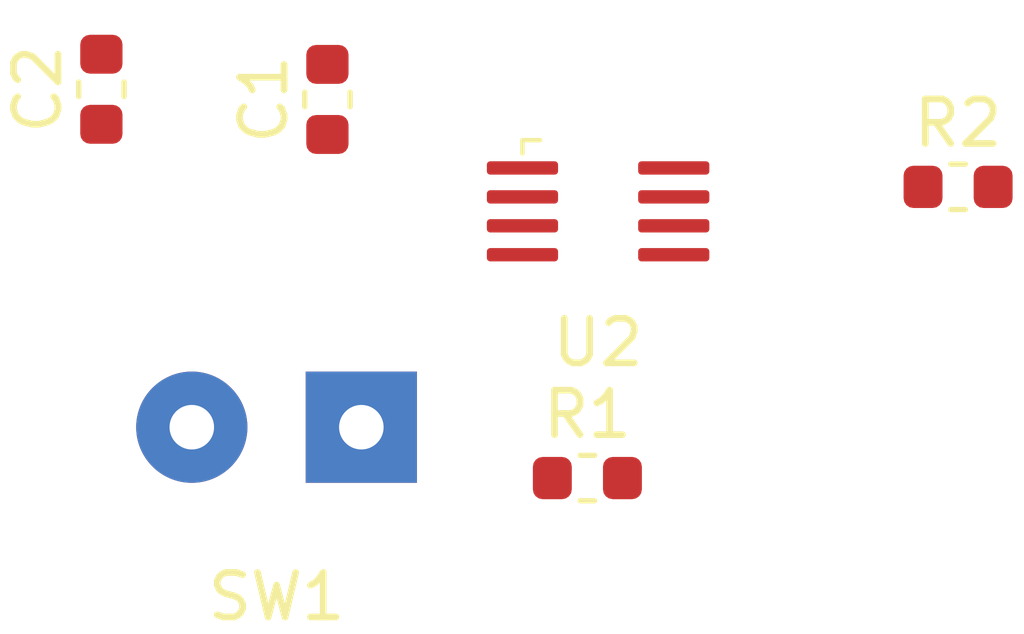
<source format=kicad_pcb>
(kicad_pcb (version 20171130) (host pcbnew "(6.0.0-rc1-dev-1267-gff668968f)")

  (general
    (thickness 1.6)
    (drawings 0)
    (tracks 0)
    (zones 0)
    (modules 6)
    (nets 9)
  )

  (page A4)
  (layers
    (0 F.Cu signal)
    (31 B.Cu signal)
    (32 B.Adhes user)
    (33 F.Adhes user)
    (34 B.Paste user)
    (35 F.Paste user)
    (36 B.SilkS user)
    (37 F.SilkS user)
    (38 B.Mask user)
    (39 F.Mask user)
    (40 Dwgs.User user)
    (41 Cmts.User user)
    (42 Eco1.User user)
    (43 Eco2.User user)
    (44 Edge.Cuts user)
    (45 Margin user)
    (46 B.CrtYd user)
    (47 F.CrtYd user)
    (48 B.Fab user)
    (49 F.Fab user)
  )

  (setup
    (last_trace_width 0.25)
    (trace_clearance 0.2)
    (zone_clearance 0.508)
    (zone_45_only no)
    (trace_min 0.2)
    (via_size 0.8)
    (via_drill 0.4)
    (via_min_size 0.4)
    (via_min_drill 0.3)
    (uvia_size 0.3)
    (uvia_drill 0.1)
    (uvias_allowed no)
    (uvia_min_size 0.2)
    (uvia_min_drill 0.1)
    (edge_width 0.05)
    (segment_width 0.2)
    (pcb_text_width 0.3)
    (pcb_text_size 1.5 1.5)
    (mod_edge_width 0.12)
    (mod_text_size 1 1)
    (mod_text_width 0.15)
    (pad_size 1.524 1.524)
    (pad_drill 0.762)
    (pad_to_mask_clearance 0.051)
    (solder_mask_min_width 0.25)
    (aux_axis_origin 0 0)
    (visible_elements 7FFFFFFF)
    (pcbplotparams
      (layerselection 0x010fc_ffffffff)
      (usegerberextensions false)
      (usegerberattributes false)
      (usegerberadvancedattributes false)
      (creategerberjobfile false)
      (excludeedgelayer true)
      (linewidth 0.100000)
      (plotframeref false)
      (viasonmask false)
      (mode 1)
      (useauxorigin false)
      (hpglpennumber 1)
      (hpglpenspeed 20)
      (hpglpendiameter 15.000000)
      (psnegative false)
      (psa4output false)
      (plotreference true)
      (plotvalue true)
      (plotinvisibletext false)
      (padsonsilk false)
      (subtractmaskfromsilk false)
      (outputformat 1)
      (mirror false)
      (drillshape 1)
      (scaleselection 1)
      (outputdirectory ""))
  )

  (net 0 "")
  (net 1 "Net-(C1-Pad2)")
  (net 2 "Net-(C1-Pad1)")
  (net 3 "Net-(C2-Pad1)")
  (net 4 "Net-(R1-Pad1)")
  (net 5 "Net-(R2-Pad2)")
  (net 6 VCC)
  (net 7 "Net-(U2-Pad5)")
  (net 8 GND)

  (net_class Default "This is the default net class."
    (clearance 0.2)
    (trace_width 0.25)
    (via_dia 0.8)
    (via_drill 0.4)
    (uvia_dia 0.3)
    (uvia_drill 0.1)
    (add_net GND)
    (add_net "Net-(C1-Pad1)")
    (add_net "Net-(C1-Pad2)")
    (add_net "Net-(C2-Pad1)")
    (add_net "Net-(R1-Pad1)")
    (add_net "Net-(R2-Pad2)")
    (add_net "Net-(U2-Pad5)")
    (add_net VCC)
  )

  (module SA_Logic:SN74LVC3G14DCTR (layer F.Cu) (tedit 5C16C29A) (tstamp 5C1FF69D)
    (at 149.339001 79.350001)
    (path /5C05FD99)
    (attr smd)
    (fp_text reference U2 (at 0 2.95) (layer F.SilkS)
      (effects (font (size 1 1) (thickness 0.15)))
    )
    (fp_text value 74LVC3G14 (at 0 -2.95) (layer F.Fab)
      (effects (font (size 1 1) (thickness 0.15)))
    )
    (fp_line (start -1.7 -1.6) (end -1.3 -1.6) (layer F.SilkS) (width 0.1))
    (fp_line (start -1.7 -1.3) (end -1.7 -1.6) (layer F.SilkS) (width 0.1))
    (fp_line (start 1.4 -1.475) (end 0 -1.475) (layer F.Fab) (width 0.12))
    (fp_line (start 1.4 1.475) (end 1.4 -1.475) (layer F.Fab) (width 0.12))
    (fp_line (start -1.4 1.475) (end 1.4 1.475) (layer F.Fab) (width 0.12))
    (fp_line (start -1.4 -1.475) (end -1.4 1.475) (layer F.Fab) (width 0.12))
    (fp_line (start 0 -1.475) (end -1.4 -1.475) (layer F.Fab) (width 0.12))
    (pad 8 smd roundrect (at 1.7 -0.975) (size 1.6 0.3) (layers F.Cu F.Paste F.Mask) (roundrect_rratio 0.25)
      (net 6 VCC) (clearance 0.07))
    (pad 7 smd roundrect (at 1.7 -0.325) (size 1.6 0.3) (layers F.Cu F.Paste F.Mask) (roundrect_rratio 0.25)
      (net 5 "Net-(R2-Pad2)") (clearance 0.07))
    (pad 6 smd roundrect (at 1.7 0.325) (size 1.6 0.3) (layers F.Cu F.Paste F.Mask) (roundrect_rratio 0.25)
      (net 5 "Net-(R2-Pad2)") (clearance 0.07))
    (pad 5 smd roundrect (at 1.7 0.975) (size 1.6 0.3) (layers F.Cu F.Paste F.Mask) (roundrect_rratio 0.25)
      (net 7 "Net-(U2-Pad5)") (clearance 0.07))
    (pad 4 smd roundrect (at -1.7 0.975) (size 1.6 0.3) (layers F.Cu F.Paste F.Mask) (roundrect_rratio 0.25)
      (net 8 GND) (clearance 0.07))
    (pad 3 smd roundrect (at -1.7 0.325) (size 1.6 0.3) (layers F.Cu F.Paste F.Mask) (roundrect_rratio 0.25)
      (net 4 "Net-(R1-Pad1)") (clearance 0.07))
    (pad 1 smd roundrect (at -1.7 -0.975) (size 1.6 0.3) (layers F.Cu F.Paste F.Mask) (roundrect_rratio 0.25)
      (net 2 "Net-(C1-Pad1)") (clearance 0.07))
    (pad 2 smd roundrect (at -1.7 -0.325) (size 1.6 0.3) (layers F.Cu F.Paste F.Mask) (roundrect_rratio 0.25)
      (net 4 "Net-(R1-Pad1)") (clearance 0.07))
    (model C:/Users/jules/Desktop/GitHub/kicad-library-atomic/SA_Logic.3d/SN74LVC3G14DCTR.step
      (offset (xyz 2.1 0.955 0))
      (scale (xyz 1 1 1))
      (rotate (xyz 0 0 180))
    )
  )

  (module Connector_Wire:SolderWirePad_1x02_P3.81mm_Drill1mm (layer F.Cu) (tedit 5AEE5F04) (tstamp 5C1FF692)
    (at 144.018 84.201 180)
    (descr "Wire solder connection")
    (tags connector)
    (path /5C0614D8)
    (attr virtual)
    (fp_text reference SW1 (at 1.905 -3.81 180) (layer F.SilkS)
      (effects (font (size 1 1) (thickness 0.15)))
    )
    (fp_text value SW_Push (at 1.905 3.81 180) (layer F.Fab)
      (effects (font (size 1 1) (thickness 0.15)))
    )
    (fp_line (start 5.56 1.75) (end -1.74 1.75) (layer F.CrtYd) (width 0.05))
    (fp_line (start 5.56 1.75) (end 5.56 -1.75) (layer F.CrtYd) (width 0.05))
    (fp_line (start -1.74 -1.75) (end -1.74 1.75) (layer F.CrtYd) (width 0.05))
    (fp_line (start -1.74 -1.75) (end 5.56 -1.75) (layer F.CrtYd) (width 0.05))
    (fp_text user %R (at 1.905 0 180) (layer F.Fab)
      (effects (font (size 1 1) (thickness 0.15)))
    )
    (pad 2 thru_hole circle (at 3.81 0 180) (size 2.49936 2.49936) (drill 1.00076) (layers *.Cu *.Mask)
      (net 3 "Net-(C2-Pad1)"))
    (pad 1 thru_hole rect (at 0 0 180) (size 2.49936 2.49936) (drill 1.00076) (layers *.Cu *.Mask)
      (net 2 "Net-(C1-Pad1)"))
  )

  (module Capacitor_SMD:C_0603_1608Metric (layer F.Cu) (tedit 5B301BBE) (tstamp 5C1FFAFB)
    (at 157.429001 78.800001)
    (descr "Capacitor SMD 0603 (1608 Metric), square (rectangular) end terminal, IPC_7351 nominal, (Body size source: http://www.tortai-tech.com/upload/download/2011102023233369053.pdf), generated with kicad-footprint-generator")
    (tags capacitor)
    (path /5C0639A1)
    (attr smd)
    (fp_text reference R2 (at 0 -1.43) (layer F.SilkS)
      (effects (font (size 1 1) (thickness 0.15)))
    )
    (fp_text value 1M (at 0 1.43) (layer F.Fab)
      (effects (font (size 1 1) (thickness 0.15)))
    )
    (fp_text user %R (at 0 0) (layer F.Fab)
      (effects (font (size 0.4 0.4) (thickness 0.06)))
    )
    (fp_line (start 1.48 0.73) (end -1.48 0.73) (layer F.CrtYd) (width 0.05))
    (fp_line (start 1.48 -0.73) (end 1.48 0.73) (layer F.CrtYd) (width 0.05))
    (fp_line (start -1.48 -0.73) (end 1.48 -0.73) (layer F.CrtYd) (width 0.05))
    (fp_line (start -1.48 0.73) (end -1.48 -0.73) (layer F.CrtYd) (width 0.05))
    (fp_line (start -0.162779 0.51) (end 0.162779 0.51) (layer F.SilkS) (width 0.12))
    (fp_line (start -0.162779 -0.51) (end 0.162779 -0.51) (layer F.SilkS) (width 0.12))
    (fp_line (start 0.8 0.4) (end -0.8 0.4) (layer F.Fab) (width 0.1))
    (fp_line (start 0.8 -0.4) (end 0.8 0.4) (layer F.Fab) (width 0.1))
    (fp_line (start -0.8 -0.4) (end 0.8 -0.4) (layer F.Fab) (width 0.1))
    (fp_line (start -0.8 0.4) (end -0.8 -0.4) (layer F.Fab) (width 0.1))
    (pad 2 smd roundrect (at 0.7875 0) (size 0.875 0.95) (layers F.Cu F.Paste F.Mask) (roundrect_rratio 0.25)
      (net 5 "Net-(R2-Pad2)"))
    (pad 1 smd roundrect (at -0.7875 0) (size 0.875 0.95) (layers F.Cu F.Paste F.Mask) (roundrect_rratio 0.25)
      (net 3 "Net-(C2-Pad1)"))
    (model ${KISYS3DMOD}/Capacitor_SMD.3dshapes/C_0603_1608Metric.wrl
      (at (xyz 0 0 0))
      (scale (xyz 1 1 1))
      (rotate (xyz 0 0 0))
    )
  )

  (module Capacitor_SMD:C_0603_1608Metric (layer F.Cu) (tedit 5B301BBE) (tstamp 5C1FF676)
    (at 149.098 85.344)
    (descr "Capacitor SMD 0603 (1608 Metric), square (rectangular) end terminal, IPC_7351 nominal, (Body size source: http://www.tortai-tech.com/upload/download/2011102023233369053.pdf), generated with kicad-footprint-generator")
    (tags capacitor)
    (path /5C0636BC)
    (attr smd)
    (fp_text reference R1 (at 0 -1.43) (layer F.SilkS)
      (effects (font (size 1 1) (thickness 0.15)))
    )
    (fp_text value 100k (at 0 1.43) (layer F.Fab)
      (effects (font (size 1 1) (thickness 0.15)))
    )
    (fp_text user %R (at -0.022001 0) (layer F.Fab)
      (effects (font (size 0.4 0.4) (thickness 0.06)))
    )
    (fp_line (start 1.48 0.73) (end -1.48 0.73) (layer F.CrtYd) (width 0.05))
    (fp_line (start 1.48 -0.73) (end 1.48 0.73) (layer F.CrtYd) (width 0.05))
    (fp_line (start -1.48 -0.73) (end 1.48 -0.73) (layer F.CrtYd) (width 0.05))
    (fp_line (start -1.48 0.73) (end -1.48 -0.73) (layer F.CrtYd) (width 0.05))
    (fp_line (start -0.162779 0.51) (end 0.162779 0.51) (layer F.SilkS) (width 0.12))
    (fp_line (start -0.162779 -0.51) (end 0.162779 -0.51) (layer F.SilkS) (width 0.12))
    (fp_line (start 0.8 0.4) (end -0.8 0.4) (layer F.Fab) (width 0.1))
    (fp_line (start 0.8 -0.4) (end 0.8 0.4) (layer F.Fab) (width 0.1))
    (fp_line (start -0.8 -0.4) (end 0.8 -0.4) (layer F.Fab) (width 0.1))
    (fp_line (start -0.8 0.4) (end -0.8 -0.4) (layer F.Fab) (width 0.1))
    (pad 2 smd roundrect (at 0.7875 0) (size 0.875 0.95) (layers F.Cu F.Paste F.Mask) (roundrect_rratio 0.25)
      (net 2 "Net-(C1-Pad1)"))
    (pad 1 smd roundrect (at -0.7875 0) (size 0.875 0.95) (layers F.Cu F.Paste F.Mask) (roundrect_rratio 0.25)
      (net 4 "Net-(R1-Pad1)"))
    (model ${KISYS3DMOD}/Capacitor_SMD.3dshapes/C_0603_1608Metric.wrl
      (at (xyz 0 0 0))
      (scale (xyz 1 1 1))
      (rotate (xyz 0 0 0))
    )
  )

  (module Capacitor_SMD:C_0603_1608Metric (layer F.Cu) (tedit 5B301BBE) (tstamp 5C1FF665)
    (at 138.176 76.6065 90)
    (descr "Capacitor SMD 0603 (1608 Metric), square (rectangular) end terminal, IPC_7351 nominal, (Body size source: http://www.tortai-tech.com/upload/download/2011102023233369053.pdf), generated with kicad-footprint-generator")
    (tags capacitor)
    (path /5C06438A)
    (attr smd)
    (fp_text reference C2 (at 0 -1.43 90) (layer F.SilkS)
      (effects (font (size 1 1) (thickness 0.15)))
    )
    (fp_text value 220n (at 0 1.43 90) (layer F.Fab)
      (effects (font (size 1 1) (thickness 0.15)))
    )
    (fp_text user %R (at 0 0 90) (layer F.Fab)
      (effects (font (size 0.4 0.4) (thickness 0.06)))
    )
    (fp_line (start 1.48 0.73) (end -1.48 0.73) (layer F.CrtYd) (width 0.05))
    (fp_line (start 1.48 -0.73) (end 1.48 0.73) (layer F.CrtYd) (width 0.05))
    (fp_line (start -1.48 -0.73) (end 1.48 -0.73) (layer F.CrtYd) (width 0.05))
    (fp_line (start -1.48 0.73) (end -1.48 -0.73) (layer F.CrtYd) (width 0.05))
    (fp_line (start -0.162779 0.51) (end 0.162779 0.51) (layer F.SilkS) (width 0.12))
    (fp_line (start -0.162779 -0.51) (end 0.162779 -0.51) (layer F.SilkS) (width 0.12))
    (fp_line (start 0.8 0.4) (end -0.8 0.4) (layer F.Fab) (width 0.1))
    (fp_line (start 0.8 -0.4) (end 0.8 0.4) (layer F.Fab) (width 0.1))
    (fp_line (start -0.8 -0.4) (end 0.8 -0.4) (layer F.Fab) (width 0.1))
    (fp_line (start -0.8 0.4) (end -0.8 -0.4) (layer F.Fab) (width 0.1))
    (pad 2 smd roundrect (at 0.7875 0 90) (size 0.875 0.95) (layers F.Cu F.Paste F.Mask) (roundrect_rratio 0.25)
      (net 1 "Net-(C1-Pad2)"))
    (pad 1 smd roundrect (at -0.7875 0 90) (size 0.875 0.95) (layers F.Cu F.Paste F.Mask) (roundrect_rratio 0.25)
      (net 3 "Net-(C2-Pad1)"))
    (model ${KISYS3DMOD}/Capacitor_SMD.3dshapes/C_0603_1608Metric.wrl
      (at (xyz 0 0 0))
      (scale (xyz 1 1 1))
      (rotate (xyz 0 0 0))
    )
  )

  (module Capacitor_SMD:C_0603_1608Metric (layer F.Cu) (tedit 5B301BBE) (tstamp 5C1FF8C4)
    (at 143.256 76.835 90)
    (descr "Capacitor SMD 0603 (1608 Metric), square (rectangular) end terminal, IPC_7351 nominal, (Body size source: http://www.tortai-tech.com/upload/download/2011102023233369053.pdf), generated with kicad-footprint-generator")
    (tags capacitor)
    (path /5C063FA4)
    (attr smd)
    (fp_text reference C1 (at 0 -1.43 90) (layer F.SilkS)
      (effects (font (size 1 1) (thickness 0.15)))
    )
    (fp_text value 100n (at 0 1.43 90) (layer F.Fab)
      (effects (font (size 1 1) (thickness 0.15)))
    )
    (fp_text user %R (at 0 0 90) (layer F.Fab)
      (effects (font (size 0.4 0.4) (thickness 0.06)))
    )
    (fp_line (start 1.48 0.73) (end -1.48 0.73) (layer F.CrtYd) (width 0.05))
    (fp_line (start 1.48 -0.73) (end 1.48 0.73) (layer F.CrtYd) (width 0.05))
    (fp_line (start -1.48 -0.73) (end 1.48 -0.73) (layer F.CrtYd) (width 0.05))
    (fp_line (start -1.48 0.73) (end -1.48 -0.73) (layer F.CrtYd) (width 0.05))
    (fp_line (start -0.162779 0.51) (end 0.162779 0.51) (layer F.SilkS) (width 0.12))
    (fp_line (start -0.162779 -0.51) (end 0.162779 -0.51) (layer F.SilkS) (width 0.12))
    (fp_line (start 0.8 0.4) (end -0.8 0.4) (layer F.Fab) (width 0.1))
    (fp_line (start 0.8 -0.4) (end 0.8 0.4) (layer F.Fab) (width 0.1))
    (fp_line (start -0.8 -0.4) (end 0.8 -0.4) (layer F.Fab) (width 0.1))
    (fp_line (start -0.8 0.4) (end -0.8 -0.4) (layer F.Fab) (width 0.1))
    (pad 2 smd roundrect (at 0.7875 0 90) (size 0.875 0.95) (layers F.Cu F.Paste F.Mask) (roundrect_rratio 0.25)
      (net 1 "Net-(C1-Pad2)"))
    (pad 1 smd roundrect (at -0.7875 0 90) (size 0.875 0.95) (layers F.Cu F.Paste F.Mask) (roundrect_rratio 0.25)
      (net 2 "Net-(C1-Pad1)"))
    (model ${KISYS3DMOD}/Capacitor_SMD.3dshapes/C_0603_1608Metric.wrl
      (at (xyz 0 0 0))
      (scale (xyz 1 1 1))
      (rotate (xyz 0 0 0))
    )
  )

)

</source>
